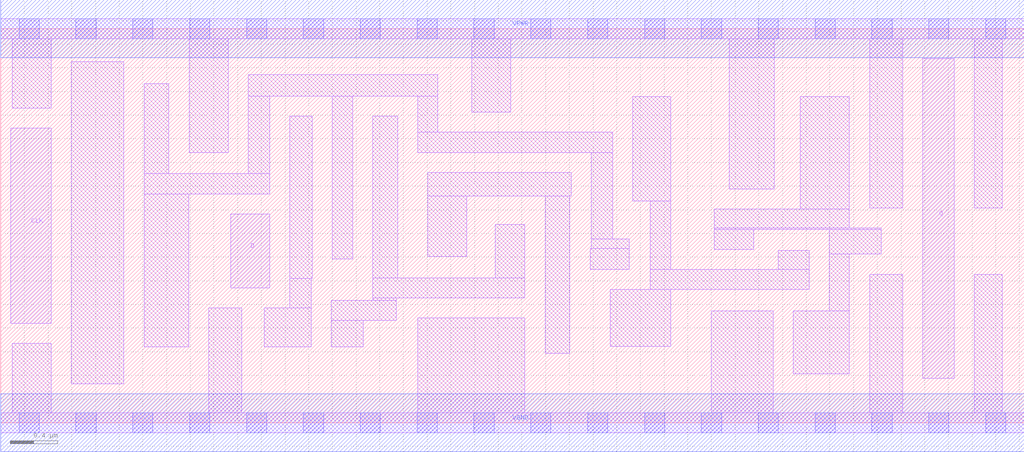
<source format=lef>
# Copyright 2020 The SkyWater PDK Authors
#
# Licensed under the Apache License, Version 2.0 (the "License");
# you may not use this file except in compliance with the License.
# You may obtain a copy of the License at
#
#     https://www.apache.org/licenses/LICENSE-2.0
#
# Unless required by applicable law or agreed to in writing, software
# distributed under the License is distributed on an "AS IS" BASIS,
# WITHOUT WARRANTIES OR CONDITIONS OF ANY KIND, either express or implied.
# See the License for the specific language governing permissions and
# limitations under the License.
#
# SPDX-License-Identifier: Apache-2.0

VERSION 5.7 ;
  NOWIREEXTENSIONATPIN ON ;
  DIVIDERCHAR "/" ;
  BUSBITCHARS "[]" ;
UNITS
  DATABASE MICRONS 200 ;
END UNITS
MACRO sky130_fd_sc_lp__dfxtp_2
  CLASS CORE ;
  FOREIGN sky130_fd_sc_lp__dfxtp_2 ;
  ORIGIN  0.000000  0.000000 ;
  SIZE  8.640000 BY  3.330000 ;
  SYMMETRY X Y R90 ;
  SITE unit ;
  PIN D
    ANTENNAGATEAREA  0.126000 ;
    DIRECTION INPUT ;
    USE SIGNAL ;
    PORT
      LAYER li1 ;
        RECT 1.940000 1.140000 2.270000 1.765000 ;
    END
  END D
  PIN Q
    ANTENNADIFFAREA  0.588000 ;
    DIRECTION OUTPUT ;
    USE SIGNAL ;
    PORT
      LAYER li1 ;
        RECT 7.785000 0.375000 8.050000 3.075000 ;
    END
  END Q
  PIN CLK
    ANTENNAGATEAREA  0.159000 ;
    DIRECTION INPUT ;
    USE CLOCK ;
    PORT
      LAYER li1 ;
        RECT 0.085000 0.840000 0.425000 2.490000 ;
    END
  END CLK
  PIN VGND
    DIRECTION INOUT ;
    USE GROUND ;
    PORT
      LAYER met1 ;
        RECT 0.000000 -0.245000 8.640000 0.245000 ;
    END
  END VGND
  PIN VPWR
    DIRECTION INOUT ;
    USE POWER ;
    PORT
      LAYER met1 ;
        RECT 0.000000 3.085000 8.640000 3.575000 ;
    END
  END VPWR
  OBS
    LAYER li1 ;
      RECT 0.000000 -0.085000 8.640000 0.085000 ;
      RECT 0.000000  3.245000 8.640000 3.415000 ;
      RECT 0.095000  0.085000 0.425000 0.670000 ;
      RECT 0.095000  2.660000 0.425000 3.245000 ;
      RECT 0.595000  0.330000 1.040000 3.050000 ;
      RECT 1.210000  0.640000 1.585000 1.935000 ;
      RECT 1.210000  1.935000 2.270000 2.105000 ;
      RECT 1.210000  2.105000 1.420000 2.865000 ;
      RECT 1.590000  2.285000 1.920000 3.245000 ;
      RECT 1.755000  0.085000 2.035000 0.970000 ;
      RECT 2.090000  2.105000 2.270000 2.760000 ;
      RECT 2.090000  2.760000 3.690000 2.940000 ;
      RECT 2.225000  0.640000 2.620000 0.970000 ;
      RECT 2.440000  0.970000 2.620000 1.220000 ;
      RECT 2.440000  1.220000 2.630000 2.590000 ;
      RECT 2.790000  0.640000 3.060000 0.865000 ;
      RECT 2.790000  0.865000 3.340000 1.035000 ;
      RECT 2.800000  1.385000 2.970000 2.760000 ;
      RECT 3.140000  1.035000 3.340000 1.055000 ;
      RECT 3.140000  1.055000 4.425000 1.225000 ;
      RECT 3.140000  1.225000 3.350000 2.590000 ;
      RECT 3.520000  0.085000 4.425000 0.885000 ;
      RECT 3.520000  2.285000 5.165000 2.455000 ;
      RECT 3.520000  2.455000 3.690000 2.760000 ;
      RECT 3.605000  1.405000 3.935000 1.915000 ;
      RECT 3.605000  1.915000 4.815000 2.115000 ;
      RECT 3.975000  2.625000 4.305000 3.245000 ;
      RECT 4.175000  1.225000 4.425000 1.675000 ;
      RECT 4.595000  0.585000 4.805000 1.915000 ;
      RECT 4.975000  1.295000 5.305000 1.475000 ;
      RECT 4.985000  1.475000 5.305000 1.555000 ;
      RECT 4.985000  1.555000 5.165000 2.285000 ;
      RECT 5.145000  0.645000 5.655000 1.125000 ;
      RECT 5.335000  1.875000 5.655000 2.755000 ;
      RECT 5.485000  1.125000 6.825000 1.295000 ;
      RECT 5.485000  1.295000 5.655000 1.875000 ;
      RECT 6.000000  0.085000 6.520000 0.945000 ;
      RECT 6.025000  1.465000 6.355000 1.635000 ;
      RECT 6.025000  1.635000 7.435000 1.645000 ;
      RECT 6.025000  1.645000 7.165000 1.805000 ;
      RECT 6.150000  1.975000 6.530000 3.245000 ;
      RECT 6.565000  1.295000 6.825000 1.455000 ;
      RECT 6.690000  0.415000 7.165000 0.945000 ;
      RECT 6.750000  1.805000 7.165000 2.755000 ;
      RECT 6.995000  0.945000 7.165000 1.425000 ;
      RECT 6.995000  1.425000 7.435000 1.635000 ;
      RECT 7.335000  0.085000 7.615000 1.255000 ;
      RECT 7.335000  1.815000 7.615000 3.245000 ;
      RECT 8.220000  0.085000 8.455000 1.255000 ;
      RECT 8.220000  1.815000 8.455000 3.245000 ;
    LAYER mcon ;
      RECT 0.155000 -0.085000 0.325000 0.085000 ;
      RECT 0.155000  3.245000 0.325000 3.415000 ;
      RECT 0.635000 -0.085000 0.805000 0.085000 ;
      RECT 0.635000  3.245000 0.805000 3.415000 ;
      RECT 1.115000 -0.085000 1.285000 0.085000 ;
      RECT 1.115000  3.245000 1.285000 3.415000 ;
      RECT 1.595000 -0.085000 1.765000 0.085000 ;
      RECT 1.595000  3.245000 1.765000 3.415000 ;
      RECT 2.075000 -0.085000 2.245000 0.085000 ;
      RECT 2.075000  3.245000 2.245000 3.415000 ;
      RECT 2.555000 -0.085000 2.725000 0.085000 ;
      RECT 2.555000  3.245000 2.725000 3.415000 ;
      RECT 3.035000 -0.085000 3.205000 0.085000 ;
      RECT 3.035000  3.245000 3.205000 3.415000 ;
      RECT 3.515000 -0.085000 3.685000 0.085000 ;
      RECT 3.515000  3.245000 3.685000 3.415000 ;
      RECT 3.995000 -0.085000 4.165000 0.085000 ;
      RECT 3.995000  3.245000 4.165000 3.415000 ;
      RECT 4.475000 -0.085000 4.645000 0.085000 ;
      RECT 4.475000  3.245000 4.645000 3.415000 ;
      RECT 4.955000 -0.085000 5.125000 0.085000 ;
      RECT 4.955000  3.245000 5.125000 3.415000 ;
      RECT 5.435000 -0.085000 5.605000 0.085000 ;
      RECT 5.435000  3.245000 5.605000 3.415000 ;
      RECT 5.915000 -0.085000 6.085000 0.085000 ;
      RECT 5.915000  3.245000 6.085000 3.415000 ;
      RECT 6.395000 -0.085000 6.565000 0.085000 ;
      RECT 6.395000  3.245000 6.565000 3.415000 ;
      RECT 6.875000 -0.085000 7.045000 0.085000 ;
      RECT 6.875000  3.245000 7.045000 3.415000 ;
      RECT 7.355000 -0.085000 7.525000 0.085000 ;
      RECT 7.355000  3.245000 7.525000 3.415000 ;
      RECT 7.835000 -0.085000 8.005000 0.085000 ;
      RECT 7.835000  3.245000 8.005000 3.415000 ;
      RECT 8.315000 -0.085000 8.485000 0.085000 ;
      RECT 8.315000  3.245000 8.485000 3.415000 ;
  END
END sky130_fd_sc_lp__dfxtp_2
END LIBRARY

</source>
